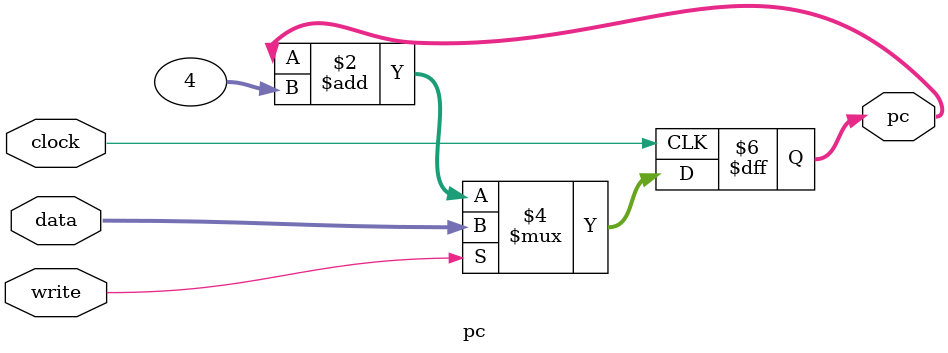
<source format=v>
module pc (
	input      clock,
	input      write,
	input      [31:0] data,
	output reg [31:0] pc
);

	always @(posedge clock) begin
		if (write)
			pc <= data;
		else
			pc <= pc + 4;
	end

endmodule

</source>
